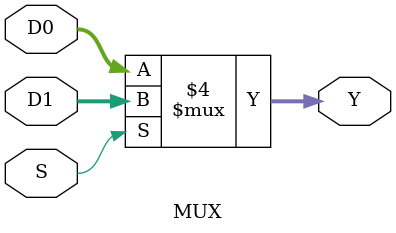
<source format=v>
`timescale 1ns / 1ps
module MUX(
    input [31:0] D0,
    input [31:0] D1,
    input S,
    output reg [31:0] Y
    );

always @ (*)
    begin
        if(S == 1)
            Y = D1;
        else
            Y = D0;
    end
endmodule

</source>
